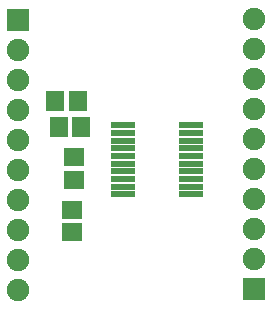
<source format=gts>
G04 DipTrace 3.0.0.2*
G04 TopMask.gts*
%MOIN*%
G04 #@! TF.FileFunction,Soldermask,Top*
G04 #@! TF.Part,Single*
%ADD26R,0.059181X0.067055*%
%ADD28R,0.067055X0.059181*%
%ADD30C,0.074929*%
%ADD32R,0.074929X0.074929*%
%ADD34R,0.078866X0.023748*%
%FSLAX26Y26*%
G04*
G70*
G90*
G75*
G01*
G04 TopMask*
%LPD*%
D34*
X800249Y1050251D3*
Y1024660D3*
Y999070D3*
Y973479D3*
Y947888D3*
Y922298D3*
Y896707D3*
Y871117D3*
Y845526D3*
Y819936D3*
X1028604D3*
X1028596Y845526D3*
Y871117D3*
Y896707D3*
Y922298D3*
Y947888D3*
Y973479D3*
Y999070D3*
Y1024660D3*
Y1050251D3*
D32*
X450249Y1400251D3*
D30*
Y1300251D3*
Y1200251D3*
Y1100251D3*
Y1000251D3*
Y900251D3*
Y800251D3*
Y700251D3*
Y600251D3*
Y500251D3*
D32*
X1237661Y506488D3*
D30*
Y606488D3*
Y706488D3*
Y806488D3*
Y906488D3*
Y1006488D3*
Y1106488D3*
Y1206488D3*
Y1306488D3*
Y1406488D3*
D28*
X637751Y944000D3*
Y869197D3*
X631500Y769000D3*
Y694197D3*
D26*
X575231Y1131423D3*
X650034D3*
X662749Y1044000D3*
X587946D3*
M02*

</source>
